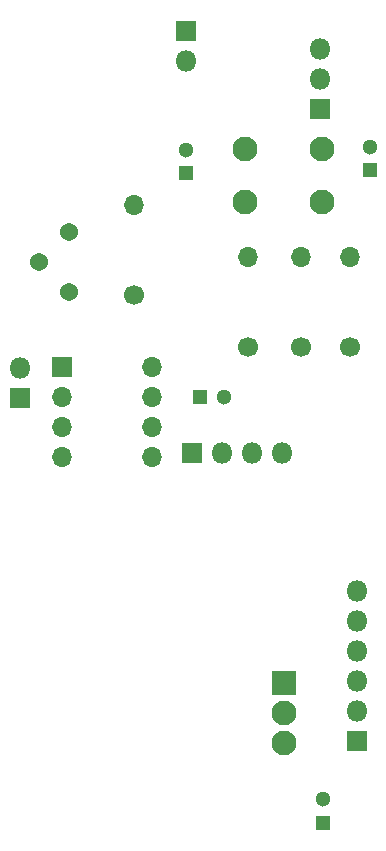
<source format=gbr>
%TF.GenerationSoftware,KiCad,Pcbnew,(5.1.6-0-10_14)*%
%TF.CreationDate,2020-10-13T22:09:45-04:00*%
%TF.ProjectId,weather_external,77656174-6865-4725-9f65-787465726e61,rev?*%
%TF.SameCoordinates,Original*%
%TF.FileFunction,Soldermask,Bot*%
%TF.FilePolarity,Negative*%
%FSLAX46Y46*%
G04 Gerber Fmt 4.6, Leading zero omitted, Abs format (unit mm)*
G04 Created by KiCad (PCBNEW (5.1.6-0-10_14)) date 2020-10-13 22:09:45*
%MOMM*%
%LPD*%
G01*
G04 APERTURE LIST*
%ADD10C,1.300000*%
%ADD11R,1.300000X1.300000*%
%ADD12O,1.700000X1.700000*%
%ADD13R,1.700000X1.700000*%
%ADD14C,1.540000*%
%ADD15O,1.800000X1.800000*%
%ADD16R,1.800000X1.800000*%
%ADD17C,1.700000*%
%ADD18C,2.100000*%
%ADD19R,2.100000X2.100000*%
G04 APERTURE END LIST*
D10*
%TO.C,C5*%
X19100000Y-60950000D03*
D11*
X17100000Y-60950000D03*
%TD*%
D12*
%TO.C,U3*%
X13045000Y-58425000D03*
X5425000Y-66045000D03*
X13045000Y-60965000D03*
X5425000Y-63505000D03*
X13045000Y-63505000D03*
X5425000Y-60965000D03*
X13045000Y-66045000D03*
D13*
X5425000Y-58425000D03*
%TD*%
D14*
%TO.C,RV1*%
X6000000Y-47025000D03*
X3460000Y-49565000D03*
X6000000Y-52105000D03*
%TD*%
D15*
%TO.C,JP1*%
X1850000Y-58535000D03*
D16*
X1850000Y-61075000D03*
%TD*%
D15*
%TO.C,J4*%
X24020000Y-65750000D03*
X21480000Y-65750000D03*
X18940000Y-65750000D03*
D16*
X16400000Y-65750000D03*
%TD*%
D12*
%TO.C,R5*%
X11525000Y-44755000D03*
D17*
X11525000Y-52375000D03*
%TD*%
D10*
%TO.C,C4*%
X15950000Y-40050000D03*
D11*
X15950000Y-42050000D03*
%TD*%
D18*
%TO.C,SW1*%
X20925000Y-44450000D03*
X20925000Y-39950000D03*
X27425000Y-44450000D03*
X27425000Y-39950000D03*
%TD*%
D12*
%TO.C,R4*%
X21200000Y-49130000D03*
D17*
X21200000Y-56750000D03*
%TD*%
D12*
%TO.C,R3*%
X25650000Y-49105000D03*
D17*
X25650000Y-56725000D03*
%TD*%
D12*
%TO.C,R1*%
X29775000Y-49105000D03*
D17*
X29775000Y-56725000D03*
%TD*%
D18*
%TO.C,Q1*%
X24200000Y-90230000D03*
X24200000Y-87690000D03*
D19*
X24200000Y-85150000D03*
%TD*%
D15*
%TO.C,J3*%
X27300000Y-31495000D03*
X27300000Y-34035000D03*
D16*
X27300000Y-36575000D03*
%TD*%
D15*
%TO.C,J2*%
X15950000Y-32515000D03*
D16*
X15950000Y-29975000D03*
%TD*%
D15*
%TO.C,J1*%
X30400000Y-77400000D03*
X30400000Y-79940000D03*
X30400000Y-82480000D03*
X30400000Y-85020000D03*
X30400000Y-87560000D03*
D16*
X30400000Y-90100000D03*
%TD*%
D10*
%TO.C,C3*%
X27475000Y-95050000D03*
D11*
X27475000Y-97050000D03*
%TD*%
D10*
%TO.C,C2*%
X31475000Y-39775000D03*
D11*
X31475000Y-41775000D03*
%TD*%
M02*

</source>
